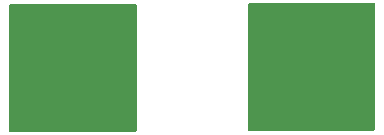
<source format=gbr>
%TF.GenerationSoftware,KiCad,Pcbnew,8.0.8*%
%TF.CreationDate,2025-07-26T16:54:30+12:00*%
%TF.ProjectId,esf1,65736631-2e6b-4696-9361-645f70636258,rev?*%
%TF.SameCoordinates,Original*%
%TF.FileFunction,Copper,L3,Inr*%
%TF.FilePolarity,Positive*%
%FSLAX46Y46*%
G04 Gerber Fmt 4.6, Leading zero omitted, Abs format (unit mm)*
G04 Created by KiCad (PCBNEW 8.0.8) date 2025-07-26 16:54:30*
%MOMM*%
%LPD*%
G01*
G04 APERTURE LIST*
G04 APERTURE END LIST*
%TA.AperFunction,NonConductor*%
G36*
X-4711761Y5280315D02*
G01*
X-4666006Y5227511D01*
X-4654800Y5176000D01*
X-4654800Y-5376000D01*
X-4674485Y-5443039D01*
X-4727289Y-5488794D01*
X-4778800Y-5500000D01*
X-15330800Y-5500000D01*
X-15397839Y-5480315D01*
X-15443594Y-5427511D01*
X-15454800Y-5376000D01*
X-15454800Y5176000D01*
X-15435115Y5243039D01*
X-15382311Y5288794D01*
X-15330800Y5300000D01*
X-4778800Y5300000D01*
X-4711761Y5280315D01*
G37*
%TD.AperFunction*%
%TA.AperFunction,NonConductor*%
G36*
X15488239Y5380315D02*
G01*
X15533994Y5327511D01*
X15545200Y5276000D01*
X15545200Y-5276000D01*
X15525515Y-5343039D01*
X15472711Y-5388794D01*
X15421200Y-5400000D01*
X4869200Y-5400000D01*
X4802161Y-5380315D01*
X4756406Y-5327511D01*
X4745200Y-5276000D01*
X4745200Y5276000D01*
X4764885Y5343039D01*
X4817689Y5388794D01*
X4869200Y5400000D01*
X15421200Y5400000D01*
X15488239Y5380315D01*
G37*
%TD.AperFunction*%
M02*

</source>
